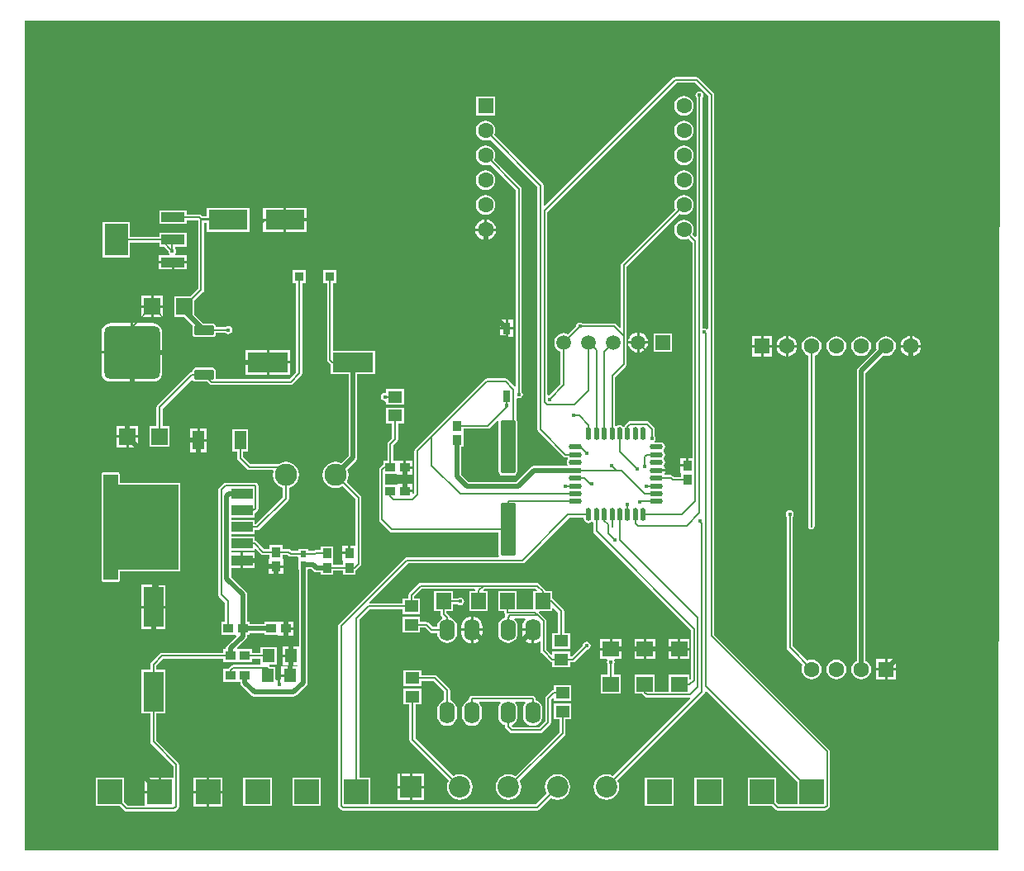
<source format=gtl>
G04*
G04 #@! TF.GenerationSoftware,Altium Limited,Altium Designer,20.1.11 (218)*
G04*
G04 Layer_Physical_Order=1*
G04 Layer_Color=255*
%FSTAX24Y24*%
%MOIN*%
G70*
G04*
G04 #@! TF.SameCoordinates,6DBB7448-FED5-465F-904A-7FE87FEFC6C8*
G04*
G04*
G04 #@! TF.FilePolarity,Positive*
G04*
G01*
G75*
%ADD11C,0.0079*%
G04:AMPARAMS|DCode=20|XSize=39.4mil|YSize=78.7mil|CornerRadius=4.9mil|HoleSize=0mil|Usage=FLASHONLY|Rotation=90.000|XOffset=0mil|YOffset=0mil|HoleType=Round|Shape=RoundedRectangle|*
%AMROUNDEDRECTD20*
21,1,0.0394,0.0689,0,0,90.0*
21,1,0.0295,0.0787,0,0,90.0*
1,1,0.0098,0.0344,0.0148*
1,1,0.0098,0.0344,-0.0148*
1,1,0.0098,-0.0344,-0.0148*
1,1,0.0098,-0.0344,0.0148*
%
%ADD20ROUNDEDRECTD20*%
G04:AMPARAMS|DCode=21|XSize=216.5mil|YSize=224.4mil|CornerRadius=27.1mil|HoleSize=0mil|Usage=FLASHONLY|Rotation=90.000|XOffset=0mil|YOffset=0mil|HoleType=Round|Shape=RoundedRectangle|*
%AMROUNDEDRECTD21*
21,1,0.2165,0.1703,0,0,90.0*
21,1,0.1624,0.2244,0,0,90.0*
1,1,0.0541,0.0851,0.0812*
1,1,0.0541,0.0851,-0.0812*
1,1,0.0541,-0.0851,-0.0812*
1,1,0.0541,-0.0851,0.0812*
%
%ADD21ROUNDEDRECTD21*%
%ADD22R,0.0850X0.0421*%
%ADD23R,0.0945X0.0394*%
%ADD24R,0.0945X0.1299*%
%ADD25R,0.0787X0.1614*%
%ADD26R,0.0669X0.0669*%
%ADD27R,0.0461X0.0756*%
%ADD28R,0.1575X0.0787*%
%ADD29R,0.0394X0.0374*%
%ADD30R,0.1614X0.0787*%
%ADD31R,0.0500X0.0550*%
%ADD32R,0.0374X0.0394*%
%ADD33R,0.0354X0.0374*%
%ADD34R,0.0236X0.0256*%
%ADD35R,0.0551X0.0472*%
%ADD36R,0.0600X0.0650*%
%ADD37O,0.0630X0.0886*%
G04:AMPARAMS|DCode=38|XSize=216.5mil|YSize=59.1mil|CornerRadius=7.4mil|HoleSize=0mil|Usage=FLASHONLY|Rotation=270.000|XOffset=0mil|YOffset=0mil|HoleType=Round|Shape=RoundedRectangle|*
%AMROUNDEDRECTD38*
21,1,0.2165,0.0443,0,0,270.0*
21,1,0.2018,0.0591,0,0,270.0*
1,1,0.0148,-0.0221,-0.1009*
1,1,0.0148,-0.0221,0.1009*
1,1,0.0148,0.0221,0.1009*
1,1,0.0148,0.0221,-0.1009*
%
%ADD38ROUNDEDRECTD38*%
%ADD39R,0.0315X0.0472*%
%ADD40O,0.0531X0.0217*%
%ADD41O,0.0217X0.0531*%
%ADD42R,0.0650X0.0600*%
%ADD78R,0.0500X0.0250*%
%ADD79C,0.0197*%
%ADD80C,0.0866*%
%ADD81R,0.0866X0.0866*%
%ADD82R,0.0984X0.0984*%
%ADD83C,0.0900*%
%ADD84C,0.0630*%
%ADD85R,0.0630X0.0630*%
%ADD86R,0.0598X0.0598*%
%ADD87C,0.0598*%
%ADD88R,0.0630X0.0630*%
%ADD89C,0.0157*%
G36*
X057785Y044615D02*
X057735Y01115D01*
X018485Y01115D01*
X01845Y011186D01*
Y04465D01*
X05775Y04465D01*
X057785Y044615D01*
D02*
G37*
%LPC*%
G36*
X04555Y04237D02*
X04555Y04237D01*
X0447D01*
X0447Y04237D01*
X044654Y042361D01*
X044615Y042335D01*
X039432Y037153D01*
X039386Y037172D01*
Y037984D01*
X039377Y03803D01*
X039351Y038069D01*
X039351Y03807D01*
X037401Y040019D01*
X037434Y040097D01*
X037447Y0402D01*
X037434Y040303D01*
X037394Y040399D01*
X037331Y040481D01*
X037249Y040544D01*
X037153Y040584D01*
X03705Y040597D01*
X036947Y040584D01*
X036851Y040544D01*
X036769Y040481D01*
X036706Y040399D01*
X036666Y040303D01*
X036653Y0402D01*
X036666Y040097D01*
X036706Y040001D01*
X036769Y039919D01*
X036851Y039856D01*
X036947Y039816D01*
X03705Y039803D01*
X037153Y039816D01*
X037231Y039849D01*
X039145Y037934D01*
Y028136D01*
X039145Y028136D01*
X039154Y02809D01*
X039181Y02805D01*
X040195Y027036D01*
X040195Y027036D01*
X040234Y02701D01*
X04028Y027001D01*
X040372D01*
X040374Y026997D01*
X040381Y026941D01*
X04034Y026879D01*
X040325Y026806D01*
X04034Y026733D01*
X040352Y026716D01*
X040328Y026672D01*
X03901D01*
X038941Y026658D01*
X038882Y026619D01*
X038284Y026021D01*
X036375D01*
X036081Y026315D01*
Y027429D01*
X036166D01*
Y02798D01*
X036166D01*
Y02802D01*
X036166D01*
Y028175D01*
X037145D01*
X037145Y028175D01*
X037191Y028184D01*
X03723Y02821D01*
X037534Y028513D01*
X03758Y028489D01*
X037573Y028455D01*
Y026438D01*
X037585Y026378D01*
X037619Y026328D01*
X037669Y026294D01*
X037729Y026282D01*
X038171D01*
X038231Y026294D01*
X038281Y026328D01*
X038315Y026378D01*
X038327Y026438D01*
Y028455D01*
X038315Y028515D01*
X0383Y028537D01*
Y029374D01*
X03835Y029407D01*
X03839Y029399D01*
X038451Y029411D01*
X038504Y029446D01*
X038538Y029498D01*
X038551Y029559D01*
X038538Y029621D01*
X03851Y029662D01*
Y03786D01*
X038501Y037906D01*
X038475Y037945D01*
X037401Y039019D01*
X037434Y039097D01*
X037447Y0392D01*
X037434Y039303D01*
X037394Y039399D01*
X037331Y039481D01*
X037249Y039544D01*
X037153Y039584D01*
X03705Y039597D01*
X036947Y039584D01*
X036851Y039544D01*
X036769Y039481D01*
X036706Y039399D01*
X036666Y039303D01*
X036653Y0392D01*
X036666Y039097D01*
X036706Y039001D01*
X036769Y038919D01*
X036851Y038856D01*
X036947Y038816D01*
X03705Y038803D01*
X037153Y038816D01*
X037231Y038849D01*
X03827Y03781D01*
Y029911D01*
X03822Y029891D01*
X037945Y030165D01*
X037906Y030191D01*
X03786Y0302D01*
X03786Y0302D01*
X03711D01*
X037064Y030191D01*
X037025Y030165D01*
X037025Y030165D01*
X034795Y027935D01*
X034215Y027355D01*
X034189Y027316D01*
X03418Y02727D01*
X03418Y02727D01*
Y02557D01*
X034138Y025529D01*
X034092Y025548D01*
Y0256D01*
X033795D01*
Y02565D01*
X033745D01*
Y025937D01*
X033498D01*
Y025937D01*
X03348Y025916D01*
X033D01*
Y026334D01*
X033457Y026334D01*
X033498Y026313D01*
X033521Y026313D01*
X033745D01*
Y0266D01*
Y026887D01*
X033498Y026887D01*
X033457Y026866D01*
X033325Y026866D01*
Y0275D01*
X033485Y02766D01*
X033485Y02766D01*
X033511Y027699D01*
X03352Y027745D01*
X03352Y027745D01*
Y028387D01*
X033754D01*
Y029017D01*
X033046D01*
Y028387D01*
X03328D01*
Y027795D01*
X03312Y027635D01*
X033093Y027596D01*
X033084Y02755D01*
X033084Y02755D01*
Y026866D01*
X032929D01*
Y026714D01*
X032914Y026711D01*
X032875Y026685D01*
X032795Y026605D01*
X032769Y026566D01*
X03276Y02652D01*
X03276Y02652D01*
Y0245D01*
X03276Y0245D01*
X032769Y024454D01*
X032795Y024415D01*
X033195Y024015D01*
X033195Y024015D01*
X033234Y023989D01*
X03328Y02398D01*
X037573D01*
Y023091D01*
X037585Y023032D01*
X037586Y02303D01*
X037559Y02298D01*
X03388D01*
X033834Y022971D01*
X033795Y022945D01*
X031135Y020285D01*
X031109Y020246D01*
X0311Y0202D01*
X0311Y0202D01*
Y01296D01*
X0311Y01296D01*
X031109Y012914D01*
X031135Y012875D01*
X031215Y012795D01*
X031254Y012769D01*
X0313Y01276D01*
X03913D01*
X03913Y01276D01*
X039176Y012769D01*
X039215Y012795D01*
X039681Y013261D01*
X039692Y013253D01*
X039816Y013201D01*
X03995Y013184D01*
X040084Y013201D01*
X040208Y013253D01*
X040315Y013335D01*
X040397Y013442D01*
X040449Y013566D01*
X040466Y0137D01*
X040449Y013833D01*
X040397Y013958D01*
X040315Y014065D01*
X040208Y014147D01*
X040084Y014198D01*
X03995Y014216D01*
X039816Y014198D01*
X039692Y014147D01*
X039585Y014065D01*
X039503Y013958D01*
X039451Y013833D01*
X039434Y0137D01*
X039451Y013566D01*
X039503Y013442D01*
X039511Y013431D01*
X03908Y013D01*
X032411D01*
Y014071D01*
X03196D01*
Y020468D01*
X03237Y020878D01*
X033696D01*
Y020683D01*
X034404D01*
Y021313D01*
X03417D01*
Y02139D01*
X03448Y0217D01*
X036598D01*
X036633Y021655D01*
X036625Y021613D01*
X036612Y021604D01*
X036391D01*
Y020796D01*
X037149D01*
Y021604D01*
X036979D01*
X03696Y02165D01*
X03701Y0217D01*
X03908D01*
X03913Y02165D01*
X039111Y021604D01*
X038971D01*
Y02087D01*
X038309D01*
Y021604D01*
X037551D01*
Y020796D01*
X03781D01*
Y02075D01*
X037819Y020704D01*
X037845Y020665D01*
X03784Y020608D01*
X037839Y020606D01*
X03783Y02056D01*
X03783Y02056D01*
Y020551D01*
X037751Y020518D01*
X037669Y020455D01*
X037606Y020373D01*
X037566Y020277D01*
X037553Y020174D01*
Y019919D01*
X037566Y019816D01*
X037606Y01972D01*
X037669Y019638D01*
X037751Y019575D01*
X037847Y019535D01*
X03795Y019521D01*
X038053Y019535D01*
X038149Y019575D01*
X038231Y019638D01*
X038294Y01972D01*
X038334Y019816D01*
X038347Y019919D01*
Y020174D01*
X038334Y020277D01*
X038294Y020373D01*
X038231Y020455D01*
X038212Y02047D01*
X038229Y02052D01*
X03864D01*
X038651Y020488D01*
X038653Y02047D01*
X038588Y020384D01*
X038546Y020283D01*
X038531Y020174D01*
Y020096D01*
X03895D01*
Y020046D01*
X039D01*
Y019507D01*
X039058Y019514D01*
X039159Y019556D01*
X03922Y019602D01*
X03927Y019578D01*
Y0192D01*
X03927Y0192D01*
X039279Y019154D01*
X039305Y019115D01*
X039653Y018767D01*
X039692Y018741D01*
X039738Y018732D01*
X039746Y018683D01*
Y018537D01*
X040454D01*
Y018732D01*
X040572D01*
X040572Y018732D01*
X040618Y018741D01*
X040657Y018767D01*
X041142Y019252D01*
X041191Y019262D01*
X041244Y019296D01*
X041278Y019349D01*
X041291Y01941D01*
X041278Y019471D01*
X041244Y019524D01*
X041191Y019558D01*
X04113Y019571D01*
X041069Y019558D01*
X041016Y019524D01*
X040982Y019471D01*
X040972Y019422D01*
X040522Y018972D01*
X040454D01*
Y019167D01*
X039746D01*
Y01908D01*
X039699Y019061D01*
X03951Y01925D01*
Y0204D01*
X039501Y020446D01*
X039475Y020485D01*
X039475Y020485D01*
X039235Y020725D01*
X039235Y020725D01*
X03921Y02075D01*
X039229Y020796D01*
X039729D01*
Y020936D01*
X039775Y020955D01*
X03998Y02075D01*
Y019915D01*
X039746D01*
Y019285D01*
X040454D01*
Y019915D01*
X04022D01*
Y0208D01*
X040211Y020846D01*
X040185Y020885D01*
X040185Y020885D01*
X039785Y021285D01*
X039746Y021311D01*
X039729Y021315D01*
Y021604D01*
X03947D01*
X039461Y021646D01*
X039435Y021685D01*
X039215Y021905D01*
X039176Y021931D01*
X03913Y02194D01*
X03913Y02194D01*
X03696D01*
X03696Y02194D01*
X03696Y02194D01*
X03443D01*
X034384Y021931D01*
X034345Y021905D01*
X033965Y021525D01*
X033939Y021486D01*
X03393Y02144D01*
X03393Y02144D01*
Y021313D01*
X033696D01*
Y021118D01*
X032379D01*
X032359Y021168D01*
X03393Y02274D01*
X03854D01*
X03854Y02274D01*
X038586Y022749D01*
X038625Y022775D01*
X04043Y02458D01*
X041014D01*
Y024543D01*
X041029Y02447D01*
X04107Y024408D01*
X041132Y024366D01*
X041205Y024352D01*
X041278Y024366D01*
X04133Y024401D01*
X041352Y024404D01*
X0414Y024373D01*
Y024029D01*
X0414Y024029D01*
X041409Y023983D01*
X041435Y023943D01*
X045337Y020041D01*
Y018077D01*
X0453Y01804D01*
X045254Y018059D01*
Y018229D01*
X044446D01*
Y01755D01*
X043879D01*
Y018229D01*
X043071D01*
Y017471D01*
X043366D01*
X04339Y017435D01*
X04348Y017345D01*
X04348Y017345D01*
X043519Y017319D01*
X043565Y01731D01*
X045287D01*
X045293Y017303D01*
X045311Y017263D01*
X042187Y014139D01*
X042177Y014147D01*
X042052Y014198D01*
X041919Y014216D01*
X041785Y014198D01*
X04166Y014147D01*
X041553Y014065D01*
X041471Y013958D01*
X04142Y013833D01*
X041402Y0137D01*
X04142Y013566D01*
X041471Y013442D01*
X041553Y013335D01*
X04166Y013253D01*
X041785Y013201D01*
X041919Y013184D01*
X042052Y013201D01*
X042177Y013253D01*
X042284Y013335D01*
X042366Y013442D01*
X042417Y013566D01*
X042435Y0137D01*
X042417Y013833D01*
X042366Y013958D01*
X042357Y013968D01*
X045858Y017469D01*
X045858Y017469D01*
X045884Y017508D01*
X045893Y017554D01*
Y017572D01*
X045939Y017591D01*
X049629Y013901D01*
Y013D01*
X04887D01*
X048771Y013099D01*
Y014071D01*
X047629D01*
Y012929D01*
X048601D01*
X048735Y012795D01*
X048735Y012795D01*
X048774Y012769D01*
X04882Y01276D01*
X05074D01*
X05074Y01276D01*
X050786Y012769D01*
X050825Y012795D01*
X050905Y012875D01*
X050931Y012914D01*
X05094Y01296D01*
Y01513D01*
X050931Y015176D01*
X050905Y015215D01*
X050905Y015215D01*
X04627Y01985D01*
Y04165D01*
X046261Y041696D01*
X046235Y041735D01*
X045635Y042335D01*
X045596Y042361D01*
X04555Y04237D01*
D02*
G37*
G36*
X037444Y041594D02*
X036656D01*
Y040806D01*
X037444D01*
Y041594D01*
D02*
G37*
G36*
X03705Y038597D02*
X036947Y038584D01*
X036851Y038544D01*
X036769Y038481D01*
X036706Y038399D01*
X036666Y038303D01*
X036653Y0382D01*
X036666Y038097D01*
X036706Y038001D01*
X036769Y037919D01*
X036851Y037856D01*
X036947Y037816D01*
X03705Y037803D01*
X037153Y037816D01*
X037249Y037856D01*
X037331Y037919D01*
X037394Y038001D01*
X037434Y038097D01*
X037447Y0382D01*
X037434Y038303D01*
X037394Y038399D01*
X037331Y038481D01*
X037249Y038544D01*
X037153Y038584D01*
X03705Y038597D01*
D02*
G37*
G36*
Y037597D02*
X036947Y037584D01*
X036851Y037544D01*
X036769Y037481D01*
X036706Y037399D01*
X036666Y037303D01*
X036653Y0372D01*
X036666Y037097D01*
X036706Y037001D01*
X036769Y036919D01*
X036851Y036856D01*
X036947Y036816D01*
X03705Y036803D01*
X037153Y036816D01*
X037249Y036856D01*
X037331Y036919D01*
X037394Y037001D01*
X037434Y037097D01*
X037447Y0372D01*
X037434Y037303D01*
X037394Y037399D01*
X037331Y037481D01*
X037249Y037544D01*
X037153Y037584D01*
X03705Y037597D01*
D02*
G37*
G36*
X027533Y037072D02*
X0258D01*
Y036782D01*
X025765Y036747D01*
X025624Y036752D01*
X025585Y036791D01*
X025546Y036817D01*
X0255Y036826D01*
X0255Y036826D01*
X024993D01*
Y036981D01*
X023891D01*
Y03643D01*
X024993D01*
Y036585D01*
X02545D01*
X025452Y036583D01*
Y033823D01*
X025143Y033513D01*
X024486D01*
Y032687D01*
X024908D01*
X02524Y032355D01*
X025235Y032348D01*
X025225Y032298D01*
Y032002D01*
X025235Y031952D01*
X025263Y03191D01*
X025306Y031882D01*
X025356Y031872D01*
X026044D01*
X026094Y031882D01*
X026137Y03191D01*
X026165Y031952D01*
X026175Y032002D01*
Y03203D01*
X026567D01*
X026609Y032002D01*
X02667Y031989D01*
X026731Y032002D01*
X026784Y032036D01*
X026818Y032089D01*
X026831Y03215D01*
X026818Y032211D01*
X026784Y032264D01*
X026731Y032298D01*
X02667Y032311D01*
X026609Y032298D01*
X026567Y03227D01*
X026175D01*
Y032298D01*
X026165Y032348D01*
X026137Y03239D01*
X026094Y032418D01*
X026044Y032428D01*
X025677D01*
X025313Y032792D01*
Y033343D01*
X025658Y033688D01*
X025684Y033727D01*
X025693Y033773D01*
X025693Y033773D01*
Y03648D01*
X0258D01*
Y036128D01*
X027533D01*
Y037072D01*
D02*
G37*
G36*
X029837Y037094D02*
X029D01*
Y03665D01*
X029837D01*
Y037094D01*
D02*
G37*
G36*
X0289D02*
X028063D01*
Y03665D01*
X0289D01*
Y037094D01*
D02*
G37*
G36*
X0371Y036612D02*
Y03625D01*
X037462D01*
X037454Y036308D01*
X037412Y036409D01*
X037346Y036496D01*
X037259Y036562D01*
X037158Y036604D01*
X0371Y036612D01*
D02*
G37*
G36*
X037D02*
X036942Y036604D01*
X036841Y036562D01*
X036754Y036496D01*
X036688Y036409D01*
X036646Y036308D01*
X036638Y03625D01*
X037D01*
Y036612D01*
D02*
G37*
G36*
X029837Y03655D02*
X029D01*
Y036106D01*
X029837D01*
Y03655D01*
D02*
G37*
G36*
X0289D02*
X028063D01*
Y036106D01*
X0289D01*
Y03655D01*
D02*
G37*
G36*
X037462Y03615D02*
X0371D01*
Y035788D01*
X037158Y035796D01*
X037259Y035838D01*
X037346Y035904D01*
X037412Y035991D01*
X037454Y036092D01*
X037462Y03615D01*
D02*
G37*
G36*
X037D02*
X036638D01*
X036646Y036092D01*
X036688Y035991D01*
X036754Y035904D01*
X036841Y035838D01*
X036942Y035796D01*
X037Y035788D01*
Y03615D01*
D02*
G37*
G36*
X022709Y036528D02*
X021607D01*
Y035072D01*
X022709D01*
Y03568D01*
X023891D01*
Y035524D01*
X024065D01*
X024252Y035338D01*
X024262Y035289D01*
X024293Y035241D01*
X024288Y035219D01*
X024274Y035191D01*
X023869D01*
Y034945D01*
X024442D01*
X025014D01*
Y035191D01*
X024546D01*
X024532Y035219D01*
X024527Y035241D01*
X024558Y035289D01*
X024571Y03535D01*
X024558Y035411D01*
X02453Y035453D01*
Y035524D01*
X024993D01*
Y036076D01*
X023891D01*
Y03592D01*
X022709D01*
Y036528D01*
D02*
G37*
G36*
X025014Y034845D02*
X024492D01*
Y034598D01*
X025014D01*
Y034845D01*
D02*
G37*
G36*
X024392D02*
X023869D01*
Y034598D01*
X024392D01*
Y034845D01*
D02*
G37*
G36*
X024035Y033535D02*
X02365D01*
Y03315D01*
X024035D01*
Y033535D01*
D02*
G37*
G36*
X02355D02*
X023166D01*
Y03315D01*
X02355D01*
Y033535D01*
D02*
G37*
G36*
X024035Y03305D02*
X02365D01*
Y032665D01*
X024035D01*
Y03305D01*
D02*
G37*
G36*
X02355D02*
X023166D01*
Y032665D01*
X02355D01*
Y03305D01*
D02*
G37*
G36*
X038157Y032564D02*
X03795D01*
Y032278D01*
X038157D01*
Y032564D01*
D02*
G37*
G36*
X03785D02*
X037643D01*
Y032278D01*
X03785D01*
Y032564D01*
D02*
G37*
G36*
X038157Y032178D02*
X03795D01*
Y031892D01*
X038157D01*
Y032178D01*
D02*
G37*
G36*
X03785D02*
X037643D01*
Y031892D01*
X03785D01*
Y032178D01*
D02*
G37*
G36*
X048615Y031915D02*
X04825D01*
Y03155D01*
X048615D01*
Y031915D01*
D02*
G37*
G36*
X05425Y031912D02*
Y03155D01*
X054612D01*
X054604Y031608D01*
X054562Y031709D01*
X054496Y031796D01*
X054409Y031862D01*
X054308Y031904D01*
X05425Y031912D01*
D02*
G37*
G36*
X04925D02*
Y03155D01*
X049612D01*
X049604Y031608D01*
X049562Y031709D01*
X049496Y031796D01*
X049409Y031862D01*
X049308Y031904D01*
X04925Y031912D01*
D02*
G37*
G36*
X05415D02*
X054092Y031904D01*
X053991Y031862D01*
X053904Y031796D01*
X053838Y031709D01*
X053796Y031608D01*
X053788Y03155D01*
X05415D01*
Y031912D01*
D02*
G37*
G36*
X04915D02*
X049092Y031904D01*
X048991Y031862D01*
X048904Y031796D01*
X048838Y031709D01*
X048796Y031608D01*
X048788Y03155D01*
X04915D01*
Y031912D01*
D02*
G37*
G36*
X04815Y031915D02*
X047785D01*
Y03155D01*
X04815D01*
Y031915D01*
D02*
G37*
G36*
X023638Y032436D02*
X022837D01*
Y0313D01*
X024012D01*
Y032062D01*
X023999Y032159D01*
X023962Y032249D01*
X023902Y032327D01*
X023825Y032386D01*
X023735Y032424D01*
X023638Y032436D01*
D02*
G37*
G36*
X022737D02*
X021935D01*
X021838Y032424D01*
X021748Y032386D01*
X021671Y032327D01*
X021611Y032249D01*
X021574Y032159D01*
X021561Y032062D01*
Y0313D01*
X022737D01*
Y032436D01*
D02*
G37*
G36*
X0532Y031897D02*
X053097Y031884D01*
X053001Y031844D01*
X052919Y031781D01*
X052856Y031699D01*
X052816Y031603D01*
X052803Y0315D01*
X052816Y031397D01*
X052824Y031379D01*
X052072Y030628D01*
X052033Y030569D01*
X052019Y0305D01*
Y018801D01*
X052001Y018794D01*
X051919Y018731D01*
X051856Y018649D01*
X051816Y018553D01*
X051803Y01845D01*
X051816Y018347D01*
X051856Y018251D01*
X051919Y018169D01*
X052001Y018106D01*
X052097Y018066D01*
X0522Y018053D01*
X052303Y018066D01*
X052399Y018106D01*
X052481Y018169D01*
X052544Y018251D01*
X052584Y018347D01*
X052597Y01845D01*
X052584Y018553D01*
X052544Y018649D01*
X052481Y018731D01*
X052399Y018794D01*
X052381Y018801D01*
Y030425D01*
X053079Y031124D01*
X053097Y031116D01*
X0532Y031103D01*
X053303Y031116D01*
X053399Y031156D01*
X053481Y031219D01*
X053544Y031301D01*
X053584Y031397D01*
X053597Y0315D01*
X053584Y031603D01*
X053544Y031699D01*
X053481Y031781D01*
X053399Y031844D01*
X053303Y031884D01*
X0532Y031897D01*
D02*
G37*
G36*
X0522D02*
X052097Y031884D01*
X052001Y031844D01*
X051919Y031781D01*
X051856Y031699D01*
X051816Y031603D01*
X051803Y0315D01*
X051816Y031397D01*
X051856Y031301D01*
X051919Y031219D01*
X052001Y031156D01*
X052097Y031116D01*
X0522Y031103D01*
X052303Y031116D01*
X052399Y031156D01*
X052481Y031219D01*
X052544Y031301D01*
X052584Y031397D01*
X052597Y0315D01*
X052584Y031603D01*
X052544Y031699D01*
X052481Y031781D01*
X052399Y031844D01*
X052303Y031884D01*
X0522Y031897D01*
D02*
G37*
G36*
X0512D02*
X051097Y031884D01*
X051001Y031844D01*
X050919Y031781D01*
X050856Y031699D01*
X050816Y031603D01*
X050803Y0315D01*
X050816Y031397D01*
X050856Y031301D01*
X050919Y031219D01*
X051001Y031156D01*
X051097Y031116D01*
X0512Y031103D01*
X051303Y031116D01*
X051399Y031156D01*
X051481Y031219D01*
X051544Y031301D01*
X051584Y031397D01*
X051597Y0315D01*
X051584Y031603D01*
X051544Y031699D01*
X051481Y031781D01*
X051399Y031844D01*
X051303Y031884D01*
X0512Y031897D01*
D02*
G37*
G36*
X054612Y03145D02*
X05425D01*
Y031088D01*
X054308Y031096D01*
X054409Y031138D01*
X054496Y031204D01*
X054562Y031291D01*
X054604Y031392D01*
X054612Y03145D01*
D02*
G37*
G36*
X049612D02*
X04925D01*
Y031088D01*
X049308Y031096D01*
X049409Y031138D01*
X049496Y031204D01*
X049562Y031291D01*
X049604Y031392D01*
X049612Y03145D01*
D02*
G37*
G36*
X05415D02*
X053788D01*
X053796Y031392D01*
X053838Y031291D01*
X053904Y031204D01*
X053991Y031138D01*
X054092Y031096D01*
X05415Y031088D01*
Y03145D01*
D02*
G37*
G36*
X04915D02*
X048788D01*
X048796Y031392D01*
X048838Y031291D01*
X048904Y031204D01*
X048991Y031138D01*
X049092Y031096D01*
X04915Y031088D01*
Y03145D01*
D02*
G37*
G36*
X048615D02*
X04825D01*
Y031085D01*
X048615D01*
Y03145D01*
D02*
G37*
G36*
X04815D02*
X047785D01*
Y031085D01*
X04815D01*
Y03145D01*
D02*
G37*
G36*
X029182Y031344D02*
X028325D01*
Y0309D01*
X029182D01*
Y031344D01*
D02*
G37*
G36*
X028225D02*
X027368D01*
Y0309D01*
X028225D01*
Y031344D01*
D02*
G37*
G36*
X029182Y0308D02*
X028325D01*
Y030356D01*
X029182D01*
Y0308D01*
D02*
G37*
G36*
X028225D02*
X027368D01*
Y030356D01*
X028225D01*
Y0308D01*
D02*
G37*
G36*
X029786Y034566D02*
X029274D01*
Y034034D01*
X029409D01*
Y03045D01*
X02914Y03018D01*
X026194D01*
X026175Y030203D01*
Y030498D01*
X026165Y030548D01*
X026137Y030591D01*
X026094Y030619D01*
X026044Y030629D01*
X025356D01*
X025306Y030619D01*
X025263Y030591D01*
X025235Y030548D01*
X025228Y030515D01*
X02521Y030471D01*
X025164Y030462D01*
X025125Y030436D01*
X023814Y029125D01*
X023788Y029086D01*
X023779Y02904D01*
X023779Y02904D01*
Y028263D01*
X023486D01*
Y027437D01*
X024313D01*
Y028263D01*
X02402D01*
Y02899D01*
X025187Y030157D01*
X025243Y030142D01*
X025263Y030111D01*
X025306Y030083D01*
X025356Y030073D01*
X025826D01*
X025924Y029975D01*
X025924Y029975D01*
X025963Y029949D01*
X026009Y029939D01*
X02919D01*
X02919Y029939D01*
X029236Y029949D01*
X029275Y029975D01*
X029615Y030315D01*
X029641Y030354D01*
X02965Y0304D01*
X02965Y0304D01*
Y034034D01*
X029786D01*
Y034566D01*
D02*
G37*
G36*
X024012Y0312D02*
X022837D01*
Y030065D01*
X023638D01*
X023735Y030077D01*
X023825Y030115D01*
X023902Y030174D01*
X023962Y030251D01*
X023999Y030342D01*
X024012Y030438D01*
Y0312D01*
D02*
G37*
G36*
X022737D02*
X021561D01*
Y030438D01*
X021574Y030342D01*
X021611Y030251D01*
X021671Y030174D01*
X021748Y030115D01*
X021838Y030077D01*
X021935Y030065D01*
X022737D01*
Y0312D01*
D02*
G37*
G36*
X033754Y029765D02*
X033046D01*
Y02964D01*
X033007Y029608D01*
X032996Y029611D01*
X032934Y029598D01*
X032882Y029564D01*
X032847Y029511D01*
X032835Y02945D01*
X032847Y029389D01*
X032882Y029336D01*
X032934Y029302D01*
X032996Y029289D01*
X033007Y029292D01*
X033046Y02926D01*
Y029135D01*
X033754D01*
Y029765D01*
D02*
G37*
G36*
X023035Y028285D02*
X02265D01*
Y0279D01*
X023035D01*
Y028285D01*
D02*
G37*
G36*
X02255D02*
X022166D01*
Y0279D01*
X02255D01*
Y028285D01*
D02*
G37*
G36*
X025807Y028178D02*
X025527D01*
Y02775D01*
X025807D01*
Y028178D01*
D02*
G37*
G36*
X025427D02*
X025146D01*
Y02775D01*
X025427D01*
Y028178D01*
D02*
G37*
G36*
X023035Y0278D02*
X02265D01*
Y027415D01*
X023035D01*
Y0278D01*
D02*
G37*
G36*
X02255D02*
X022166D01*
Y027415D01*
X02255D01*
Y0278D01*
D02*
G37*
G36*
X025807Y02765D02*
X025527D01*
Y027222D01*
X025807D01*
Y02765D01*
D02*
G37*
G36*
X025427D02*
X025146D01*
Y027222D01*
X025427D01*
Y02765D01*
D02*
G37*
G36*
X031026Y034566D02*
X030514D01*
Y034034D01*
X03065D01*
Y03096D01*
X03065Y03096D01*
X030659Y030914D01*
X030685Y030875D01*
X030795Y030765D01*
X030795Y030765D01*
X030814Y030752D01*
Y030378D01*
X031519D01*
Y027075D01*
X031224Y026779D01*
X031138Y026815D01*
X031Y026833D01*
X030862Y026815D01*
X030733Y026762D01*
X030623Y026677D01*
X030538Y026567D01*
X030485Y026438D01*
X030467Y0263D01*
X030485Y026162D01*
X030538Y026033D01*
X030623Y025923D01*
X030733Y025838D01*
X030862Y025785D01*
X031Y025767D01*
X031138Y025785D01*
X031267Y025838D01*
X031281Y025849D01*
X0318Y02533D01*
Y023447D01*
X0316D01*
Y02315D01*
X03155D01*
Y0231D01*
X031263D01*
Y022853D01*
X031263D01*
X031284Y022835D01*
Y022675D01*
X030916D01*
Y02282D01*
X030916Y02283D01*
Y02287D01*
X030916Y02288D01*
Y023421D01*
X030384D01*
Y023266D01*
X030189D01*
X030143Y023257D01*
X030113Y023237D01*
X029897D01*
Y023323D01*
X029503D01*
Y023237D01*
X029239D01*
X029195Y02328D01*
X029156Y023307D01*
X02911Y023316D01*
X02911Y023316D01*
X028866D01*
Y023471D01*
X028334D01*
Y023316D01*
X028125D01*
X027825Y023616D01*
X027786Y023642D01*
X02774Y023651D01*
X027723Y023695D01*
Y02382D01*
X026791D01*
Y023911D01*
X027723D01*
Y02408D01*
X02784D01*
X02784Y02408D01*
X027886Y024089D01*
X027925Y024115D01*
X029085Y025275D01*
X029085Y025275D01*
X029111Y025314D01*
X02912Y02536D01*
X02912Y02536D01*
Y025783D01*
X029138Y025785D01*
X029267Y025838D01*
X029377Y025923D01*
X029462Y026033D01*
X029515Y026162D01*
X029533Y0263D01*
X029515Y026438D01*
X029462Y026567D01*
X029377Y026677D01*
X029267Y026762D01*
X029138Y026815D01*
X029Y026833D01*
X028862Y026815D01*
X028733Y026762D01*
X0287Y026736D01*
X02868Y02674D01*
X02868Y02674D01*
X02757D01*
X02727Y02704D01*
Y027243D01*
X027459D01*
Y028157D01*
X026841D01*
Y027243D01*
X02703D01*
Y02699D01*
X02703Y02699D01*
X027039Y026944D01*
X027065Y026905D01*
X027435Y026535D01*
X027474Y026509D01*
X02752Y0265D01*
X02752Y0265D01*
X028465D01*
X028493Y026458D01*
X028485Y026438D01*
X028467Y0263D01*
X028485Y026162D01*
X028538Y026033D01*
X028623Y025923D01*
X028733Y025838D01*
X028862Y025785D01*
X02888Y025783D01*
Y02541D01*
X02779Y02432D01*
X027723D01*
Y024489D01*
X026791D01*
Y02458D01*
X027723D01*
Y024757D01*
X027726Y024758D01*
X027765Y024784D01*
X027855Y024874D01*
X027855Y024874D01*
X027881Y024913D01*
X02789Y024959D01*
Y025867D01*
X027881Y025913D01*
X027855Y025952D01*
X027816Y025979D01*
X02777Y025988D01*
X02656D01*
X026514Y025979D01*
X026475Y025952D01*
X026475Y025952D01*
X026305Y025782D01*
X026279Y025743D01*
X02627Y025697D01*
X02627Y025697D01*
Y02148D01*
X02627Y02148D01*
X026279Y021434D01*
X026305Y021395D01*
X026539Y021161D01*
Y020366D01*
X026384D01*
Y019834D01*
X026935D01*
Y019834D01*
X026972D01*
X02699Y019791D01*
X026627Y019428D01*
X026588Y019369D01*
X026574Y0193D01*
Y019266D01*
X026479D01*
Y01912D01*
X024D01*
X024Y01912D01*
X023954Y019111D01*
X023915Y019085D01*
X023915Y019085D01*
X023565Y018735D01*
X023539Y018696D01*
X02353Y01865D01*
X02353Y01865D01*
Y018436D01*
X023178D01*
Y016664D01*
X02353D01*
Y01553D01*
X02353Y01553D01*
X023539Y015484D01*
X023565Y015445D01*
X02445Y01456D01*
Y014092D01*
X02395D01*
Y0135D01*
X0239D01*
Y01345D01*
X023308D01*
Y01295D01*
X02262D01*
X022471Y013099D01*
Y014071D01*
X021329D01*
Y012929D01*
X022301D01*
X022485Y012745D01*
X022524Y012719D01*
X02257Y01271D01*
X02448D01*
X02448Y01271D01*
X024526Y012719D01*
X024565Y012745D01*
X024655Y012835D01*
X024655Y012835D01*
X024681Y012874D01*
X02469Y01292D01*
Y01461D01*
X024681Y014656D01*
X024655Y014695D01*
X024655Y014695D01*
X02377Y01558D01*
Y016664D01*
X024122D01*
Y018436D01*
X02377D01*
Y0186D01*
X02405Y01888D01*
X026479D01*
Y018734D01*
X02702D01*
X02703Y018734D01*
X02707D01*
X02708Y018734D01*
X027621D01*
Y01888D01*
X027971D01*
X027971Y018646D01*
X027928Y01863D01*
X026865D01*
X026819Y018621D01*
X02678Y018595D01*
X02678Y018595D01*
X02667Y018485D01*
X026657Y018466D01*
X026479D01*
Y017934D01*
X02703D01*
Y017934D01*
X02707D01*
Y017934D01*
X027165D01*
Y017905D01*
X027178Y017836D01*
X027218Y017777D01*
X02759Y017404D01*
X027649Y017365D01*
X027718Y017351D01*
X029312D01*
X029381Y017365D01*
X02944Y017404D01*
X029828Y017792D01*
X029867Y017851D01*
X029881Y01792D01*
Y022477D01*
X029897D01*
Y022503D01*
X030035D01*
X030111Y022427D01*
X03017Y022388D01*
X030239Y022374D01*
X030384D01*
Y022279D01*
X030916D01*
Y022434D01*
X031284D01*
Y022284D01*
X031816D01*
Y022453D01*
X03184Y02247D01*
X032005Y022635D01*
X032031Y022674D01*
X03204Y02272D01*
Y02538D01*
X032031Y025426D01*
X032005Y025465D01*
X032005Y025465D01*
X031451Y026019D01*
X031462Y026033D01*
X031515Y026162D01*
X031533Y0263D01*
X031515Y026438D01*
X031479Y026524D01*
X031828Y026872D01*
X031867Y026931D01*
X031881Y027D01*
Y030378D01*
X032586D01*
Y031322D01*
X030891D01*
Y034034D01*
X031026D01*
Y034566D01*
D02*
G37*
G36*
X033845Y026887D02*
Y02665D01*
X034092D01*
Y026887D01*
X033845D01*
D02*
G37*
G36*
X034092Y02655D02*
X033845D01*
Y026313D01*
X034092D01*
Y02655D01*
D02*
G37*
G36*
Y025937D02*
X033845D01*
Y0257D01*
X034092D01*
Y025937D01*
D02*
G37*
G36*
X0502Y031897D02*
X050097Y031884D01*
X050001Y031844D01*
X049919Y031781D01*
X049856Y031699D01*
X049816Y031603D01*
X049803Y0315D01*
X049816Y031397D01*
X049856Y031301D01*
X049919Y031219D01*
X050001Y031156D01*
X05008Y031124D01*
Y02428D01*
X050074Y024271D01*
X050065Y024225D01*
X050074Y024179D01*
X0501Y02414D01*
X050139Y024114D01*
X050185Y024105D01*
X050231Y024114D01*
X05027Y02414D01*
X050285Y024155D01*
X050285Y024155D01*
X050311Y024194D01*
X05032Y02424D01*
X05032Y02424D01*
Y031124D01*
X050399Y031156D01*
X050481Y031219D01*
X050544Y031301D01*
X050584Y031397D01*
X050597Y0315D01*
X050584Y031603D01*
X050544Y031699D01*
X050481Y031781D01*
X050399Y031844D01*
X050303Y031884D01*
X0502Y031897D01*
D02*
G37*
G36*
X0315Y023447D02*
X031263D01*
Y0232D01*
X0315D01*
Y023447D01*
D02*
G37*
G36*
X022219Y026406D02*
X02164D01*
X021609Y0264D01*
X021583Y026383D01*
X021566Y026357D01*
X02156Y026326D01*
Y022074D01*
X021566Y022043D01*
X021583Y022017D01*
X021609Y022D01*
X02164Y021994D01*
X022219D01*
X02225Y022D01*
X022276Y022017D01*
X022293Y022043D01*
X022299Y022074D01*
Y022407D01*
X02466D01*
X024691Y022413D01*
X024717Y022431D01*
X024734Y022457D01*
X02474Y022487D01*
Y025913D01*
X024734Y025943D01*
X024717Y025969D01*
X024691Y025987D01*
X02466Y025993D01*
X022299D01*
Y026326D01*
X022293Y026357D01*
X022276Y026383D01*
X02225Y0264D01*
X022219Y026406D01*
D02*
G37*
G36*
X035729Y021604D02*
X034971D01*
Y020796D01*
X03523D01*
Y02069D01*
X03523Y02069D01*
X035239Y020644D01*
X035265Y020605D01*
X035303Y020567D01*
X03529Y020509D01*
X035219Y020455D01*
X035156Y020373D01*
X035116Y020277D01*
X035103Y020174D01*
Y020167D01*
X034923D01*
X034755Y020335D01*
X034716Y020361D01*
X03467Y02037D01*
X03467Y02037D01*
X034404D01*
Y020565D01*
X033696D01*
Y019935D01*
X034404D01*
Y02013D01*
X03462D01*
X034788Y019961D01*
X034827Y019935D01*
X034874Y019926D01*
X034874Y019926D01*
X035103D01*
Y019919D01*
X035116Y019816D01*
X035156Y01972D01*
X035219Y019638D01*
X035301Y019575D01*
X035397Y019535D01*
X0355Y019521D01*
X035603Y019535D01*
X035699Y019575D01*
X035781Y019638D01*
X035844Y01972D01*
X035884Y019816D01*
X035897Y019919D01*
Y020174D01*
X035884Y020277D01*
X035844Y020373D01*
X035781Y020455D01*
X035699Y020518D01*
X035618Y020552D01*
X035611Y020586D01*
X035585Y020625D01*
X03547Y02074D01*
Y020796D01*
X035729D01*
Y02108D01*
X035927D01*
X035969Y021052D01*
X03603Y021039D01*
X036091Y021052D01*
X036144Y021086D01*
X036178Y021139D01*
X036191Y0212D01*
X036178Y021261D01*
X036144Y021314D01*
X036091Y021348D01*
X03603Y021361D01*
X035969Y021348D01*
X035927Y02132D01*
X035729D01*
Y021604D01*
D02*
G37*
G36*
X024144Y021882D02*
X0237D01*
Y021025D01*
X024144D01*
Y021882D01*
D02*
G37*
G36*
X0236D02*
X023156D01*
Y021025D01*
X0236D01*
Y021882D01*
D02*
G37*
G36*
X03655Y020586D02*
Y020096D01*
X036919D01*
Y020174D01*
X036904Y020283D01*
X036862Y020384D01*
X036796Y02047D01*
X036709Y020537D01*
X036608Y020579D01*
X03655Y020586D01*
D02*
G37*
G36*
X03645D02*
X036392Y020579D01*
X036291Y020537D01*
X036204Y02047D01*
X036138Y020384D01*
X036096Y020283D01*
X036081Y020174D01*
Y020096D01*
X03645D01*
Y020586D01*
D02*
G37*
G36*
X024144Y020925D02*
X0237D01*
Y020068D01*
X024144D01*
Y020925D01*
D02*
G37*
G36*
X0236D02*
X023156D01*
Y020068D01*
X0236D01*
Y020925D01*
D02*
G37*
G36*
X036919Y019996D02*
X03655D01*
Y019507D01*
X036608Y019514D01*
X036709Y019556D01*
X036796Y019623D01*
X036862Y019709D01*
X036904Y01981D01*
X036919Y019919D01*
Y019996D01*
D02*
G37*
G36*
X0389D02*
X038531D01*
Y019919D01*
X038546Y01981D01*
X038588Y019709D01*
X038654Y019623D01*
X038741Y019556D01*
X038842Y019514D01*
X0389Y019507D01*
Y019996D01*
D02*
G37*
G36*
X03645D02*
X036081D01*
Y019919D01*
X036096Y01981D01*
X036138Y019709D01*
X036204Y019623D01*
X036291Y019556D01*
X036392Y019514D01*
X03645Y019507D01*
Y019996D01*
D02*
G37*
G36*
X045275Y01967D02*
X0449D01*
Y01932D01*
X045275D01*
Y01967D01*
D02*
G37*
G36*
X0439D02*
X043525D01*
Y01932D01*
X0439D01*
Y01967D01*
D02*
G37*
G36*
X042525D02*
X04215D01*
Y01932D01*
X042525D01*
Y01967D01*
D02*
G37*
G36*
X0448D02*
X044425D01*
Y01932D01*
X0448D01*
Y01967D01*
D02*
G37*
G36*
X043425D02*
X04305D01*
Y01932D01*
X043425D01*
Y01967D01*
D02*
G37*
G36*
X04205D02*
X041675D01*
Y01932D01*
X04205D01*
Y01967D01*
D02*
G37*
G36*
X045275Y01922D02*
X0449D01*
Y01887D01*
X045275D01*
Y01922D01*
D02*
G37*
G36*
X0448D02*
X044425D01*
Y01887D01*
X0448D01*
Y01922D01*
D02*
G37*
G36*
X0439D02*
X043525D01*
Y01887D01*
X0439D01*
Y01922D01*
D02*
G37*
G36*
X043425D02*
X04305D01*
Y01887D01*
X043425D01*
Y01922D01*
D02*
G37*
G36*
X053615Y018865D02*
X05325D01*
Y0185D01*
X053615D01*
Y018865D01*
D02*
G37*
G36*
X05315D02*
X052785D01*
Y0185D01*
X05315D01*
Y018865D01*
D02*
G37*
G36*
X0512Y018847D02*
X051097Y018834D01*
X051001Y018794D01*
X050919Y018731D01*
X050856Y018649D01*
X050816Y018553D01*
X050803Y01845D01*
X050816Y018347D01*
X050856Y018251D01*
X050919Y018169D01*
X051001Y018106D01*
X051097Y018066D01*
X0512Y018053D01*
X051303Y018066D01*
X051399Y018106D01*
X051481Y018169D01*
X051544Y018251D01*
X051584Y018347D01*
X051597Y01845D01*
X051584Y018553D01*
X051544Y018649D01*
X051481Y018731D01*
X051399Y018794D01*
X051303Y018834D01*
X0512Y018847D01*
D02*
G37*
G36*
X04932Y024881D02*
X049259Y024868D01*
X049206Y024834D01*
X049172Y024781D01*
X049159Y02472D01*
X049172Y024659D01*
X0492Y024617D01*
Y01933D01*
X0492Y01933D01*
X049209Y019284D01*
X049235Y019245D01*
X049849Y018631D01*
X049816Y018553D01*
X049803Y01845D01*
X049816Y018347D01*
X049856Y018251D01*
X049919Y018169D01*
X050001Y018106D01*
X050097Y018066D01*
X0502Y018053D01*
X050303Y018066D01*
X050399Y018106D01*
X050481Y018169D01*
X050544Y018251D01*
X050584Y018347D01*
X050597Y01845D01*
X050584Y018553D01*
X050544Y018649D01*
X050481Y018731D01*
X050399Y018794D01*
X050303Y018834D01*
X0502Y018847D01*
X050097Y018834D01*
X050019Y018801D01*
X04944Y01938D01*
Y024617D01*
X049468Y024659D01*
X049481Y02472D01*
X049468Y024781D01*
X049434Y024834D01*
X049381Y024868D01*
X04932Y024881D01*
D02*
G37*
G36*
X053615Y0184D02*
X05325D01*
Y018035D01*
X053615D01*
Y0184D01*
D02*
G37*
G36*
X05315D02*
X052785D01*
Y018035D01*
X05315D01*
Y0184D01*
D02*
G37*
G36*
X042525Y01922D02*
X0421D01*
X041675D01*
Y01887D01*
X041925D01*
X041953Y018829D01*
X041951Y01882D01*
X041939Y01876D01*
X041952Y018699D01*
X04198Y018657D01*
Y018229D01*
X041696D01*
Y017471D01*
X042504D01*
Y018229D01*
X04222D01*
Y018657D01*
X042248Y018699D01*
X042261Y01876D01*
X042249Y01882D01*
X042247Y018829D01*
X042275Y01887D01*
X042525D01*
Y01922D01*
D02*
G37*
G36*
X040504Y017815D02*
X039796D01*
Y017669D01*
X03979Y01762D01*
X039744Y017611D01*
X039705Y017585D01*
X039485Y017365D01*
X039459Y017326D01*
X03945Y01728D01*
X03945Y01728D01*
Y01637D01*
X0392Y01612D01*
X03816D01*
X038112Y016168D01*
X038122Y016217D01*
X038149Y016228D01*
X038231Y016291D01*
X038294Y016373D01*
X038334Y016469D01*
X038347Y016572D01*
Y016828D01*
X038334Y016931D01*
X038294Y017026D01*
X038238Y0171D01*
X038252Y01715D01*
X038648D01*
X038662Y0171D01*
X038606Y017026D01*
X038566Y016931D01*
X038553Y016828D01*
Y016572D01*
X038566Y016469D01*
X038606Y016373D01*
X038669Y016291D01*
X038751Y016228D01*
X038847Y016188D01*
X03895Y016175D01*
X039053Y016188D01*
X039149Y016228D01*
X039231Y016291D01*
X039294Y016373D01*
X039334Y016469D01*
X039347Y016572D01*
Y016828D01*
X039334Y016931D01*
X039294Y017026D01*
X039231Y017109D01*
X039149Y017172D01*
X03907Y017204D01*
Y01727D01*
X039061Y017316D01*
X039035Y017355D01*
X038996Y017381D01*
X03895Y01739D01*
X0365D01*
X036454Y017381D01*
X036415Y017355D01*
X036389Y017316D01*
X03638Y01727D01*
Y017204D01*
X036301Y017172D01*
X036219Y017109D01*
X036156Y017026D01*
X036116Y016931D01*
X036103Y016828D01*
Y016572D01*
X036116Y016469D01*
X036156Y016373D01*
X036219Y016291D01*
X036301Y016228D01*
X036397Y016188D01*
X0365Y016175D01*
X036603Y016188D01*
X036699Y016228D01*
X036781Y016291D01*
X036844Y016373D01*
X036884Y016469D01*
X036897Y016572D01*
Y016828D01*
X036884Y016931D01*
X036844Y017026D01*
X036788Y0171D01*
X036802Y01715D01*
X037648D01*
X037662Y0171D01*
X037606Y017026D01*
X037566Y016931D01*
X037553Y016828D01*
Y016572D01*
X037566Y016469D01*
X037606Y016373D01*
X037669Y016291D01*
X037751Y016228D01*
X03783Y016196D01*
Y01616D01*
X03783Y01616D01*
X037839Y016114D01*
X037865Y016075D01*
X038025Y015915D01*
X038064Y015889D01*
X03811Y01588D01*
X03925D01*
X03925Y01588D01*
X039296Y015889D01*
X039335Y015915D01*
X039655Y016235D01*
X039655Y016235D01*
X039681Y016274D01*
X03969Y01632D01*
Y01723D01*
X039749Y017289D01*
X039796Y01727D01*
Y017185D01*
X040504D01*
Y017815D01*
D02*
G37*
G36*
X034454Y018415D02*
X033746D01*
Y017785D01*
X034454D01*
Y01798D01*
X03495D01*
X03538Y01755D01*
Y017204D01*
X035301Y017172D01*
X035219Y017109D01*
X035156Y017026D01*
X035116Y016931D01*
X035103Y016828D01*
Y016572D01*
X035116Y016469D01*
X035156Y016373D01*
X035219Y016291D01*
X035301Y016228D01*
X035397Y016188D01*
X0355Y016175D01*
X035603Y016188D01*
X035699Y016228D01*
X035781Y016291D01*
X035844Y016373D01*
X035884Y016469D01*
X035897Y016572D01*
Y016828D01*
X035884Y016931D01*
X035844Y017026D01*
X035781Y017109D01*
X035699Y017172D01*
X03562Y017204D01*
Y0176D01*
X03562Y0176D01*
X035611Y017646D01*
X035585Y017685D01*
X035585Y017685D01*
X035085Y018185D01*
X035046Y018211D01*
X035Y01822D01*
X035Y01822D01*
X034454D01*
Y018415D01*
D02*
G37*
G36*
X040504Y017067D02*
X039796D01*
Y016437D01*
X04003D01*
Y015918D01*
X03825Y014139D01*
X03824Y014147D01*
X038115Y014198D01*
X037982Y014216D01*
X037848Y014198D01*
X037723Y014147D01*
X037616Y014065D01*
X037534Y013958D01*
X037483Y013833D01*
X037465Y0137D01*
X037483Y013566D01*
X037534Y013442D01*
X037616Y013335D01*
X037723Y013253D01*
X037848Y013201D01*
X037982Y013184D01*
X038115Y013201D01*
X03824Y013253D01*
X038347Y013335D01*
X038429Y013442D01*
X03848Y013566D01*
X038498Y0137D01*
X03848Y013833D01*
X038429Y013958D01*
X03842Y013968D01*
X040235Y015783D01*
X040261Y015822D01*
X04027Y015868D01*
Y016437D01*
X040504D01*
Y017067D01*
D02*
G37*
G36*
X034578Y014233D02*
X034094D01*
Y01375D01*
X034578D01*
Y014233D01*
D02*
G37*
G36*
X033994D02*
X033511D01*
Y01375D01*
X033994D01*
Y014233D01*
D02*
G37*
G36*
X026442Y014092D02*
X0259D01*
Y01355D01*
X026442D01*
Y014092D01*
D02*
G37*
G36*
X0258D02*
X025258D01*
Y01355D01*
X0258D01*
Y014092D01*
D02*
G37*
G36*
X02385D02*
X023308D01*
Y01355D01*
X02385D01*
Y014092D01*
D02*
G37*
G36*
X034454Y017667D02*
X033746D01*
Y017037D01*
X03398D01*
Y015613D01*
X03398Y015613D01*
X033989Y015567D01*
X034015Y015528D01*
X035574Y013968D01*
X035566Y013958D01*
X035514Y013833D01*
X035497Y0137D01*
X035514Y013566D01*
X035566Y013442D01*
X035648Y013335D01*
X035755Y013253D01*
X035879Y013201D01*
X036013Y013184D01*
X036147Y013201D01*
X036271Y013253D01*
X036378Y013335D01*
X03646Y013442D01*
X036512Y013566D01*
X036529Y0137D01*
X036512Y013833D01*
X03646Y013958D01*
X036378Y014065D01*
X036271Y014147D01*
X036147Y014198D01*
X036013Y014216D01*
X035879Y014198D01*
X035755Y014147D01*
X035744Y014139D01*
X03422Y015663D01*
Y017037D01*
X034454D01*
Y017667D01*
D02*
G37*
G36*
X034578Y01365D02*
X034094D01*
Y013167D01*
X034578D01*
Y01365D01*
D02*
G37*
G36*
X033994D02*
X033511D01*
Y013167D01*
X033994D01*
Y01365D01*
D02*
G37*
G36*
X046621Y014071D02*
X045479D01*
Y012929D01*
X046621D01*
Y014071D01*
D02*
G37*
G36*
X044621D02*
X043479D01*
Y012929D01*
X044621D01*
Y014071D01*
D02*
G37*
G36*
X030416D02*
X029274D01*
Y012929D01*
X030416D01*
Y014071D01*
D02*
G37*
G36*
X028421D02*
X027279D01*
Y012929D01*
X028421D01*
Y014071D01*
D02*
G37*
G36*
X026442Y01345D02*
X0259D01*
Y012908D01*
X026442D01*
Y01345D01*
D02*
G37*
G36*
X0258D02*
X025258D01*
Y012908D01*
X0258D01*
Y01345D01*
D02*
G37*
%LPD*%
G36*
X04603Y0416D02*
Y032212D01*
X046025Y032208D01*
X04598Y03219D01*
X045941Y032216D01*
X04588Y032228D01*
X04584Y03222D01*
X04579Y032252D01*
Y041527D01*
X045818Y041569D01*
X045831Y04163D01*
X045818Y041691D01*
X045784Y041744D01*
X045731Y041778D01*
X04567Y041791D01*
X045609Y041778D01*
X045556Y041744D01*
X045522Y041691D01*
X045509Y04163D01*
X045522Y041569D01*
X04555Y041527D01*
Y035936D01*
X045503Y035917D01*
X045401Y036019D01*
X045434Y036097D01*
X045447Y0362D01*
X045434Y036303D01*
X045394Y036399D01*
X045331Y036481D01*
X045249Y036544D01*
X045153Y036584D01*
X04505Y036597D01*
X044947Y036584D01*
X044851Y036544D01*
X044769Y036481D01*
X044706Y036399D01*
X044666Y036303D01*
X044653Y0362D01*
X044666Y036097D01*
X044706Y036001D01*
X044769Y035919D01*
X044851Y035856D01*
X044947Y035816D01*
X04505Y035803D01*
X045153Y035816D01*
X045231Y035849D01*
X04539Y03569D01*
Y026992D01*
X045245D01*
Y026695D01*
X045195D01*
Y026645D01*
X044908D01*
Y026398D01*
X044908D01*
X04493Y02638D01*
Y026225D01*
X044652D01*
X044615Y026262D01*
X044576Y026288D01*
X04453Y026297D01*
X04453Y026297D01*
X044273D01*
X044259Y026322D01*
X044253Y026346D01*
X044258Y026355D01*
X044295Y02641D01*
X044301Y026441D01*
X043941D01*
Y026541D01*
X044301D01*
X044295Y026573D01*
X044258Y026628D01*
X044234Y026671D01*
X044275Y026733D01*
X044289Y026806D01*
X044275Y026879D01*
X044234Y026941D01*
Y026986D01*
X044275Y027048D01*
X044289Y027121D01*
X044275Y027194D01*
X044234Y027256D01*
Y027301D01*
X044275Y027363D01*
X044289Y027436D01*
X044275Y027509D01*
X044234Y027571D01*
X044172Y027612D01*
X044099Y027627D01*
X043893D01*
X043883Y02764D01*
X043871Y027677D01*
X043898Y027719D01*
X043911Y02778D01*
X043898Y027841D01*
X04387Y027883D01*
Y02816D01*
X04387Y02816D01*
X043861Y028206D01*
X043835Y028245D01*
X043835Y028245D01*
X043635Y028445D01*
X043596Y028471D01*
X04355Y02848D01*
X04355Y02848D01*
X04288D01*
X042834Y028471D01*
X042795Y028445D01*
X042795Y028445D01*
X042695Y028345D01*
X042669Y028306D01*
X042662Y028271D01*
X042645Y02826D01*
X0426D01*
X042538Y028301D01*
X042465Y028316D01*
X042392Y028301D01*
X04234Y028267D01*
X042318Y028264D01*
X04227Y028295D01*
Y03026D01*
X042705Y030695D01*
X042705Y030695D01*
X042731Y030734D01*
X04274Y03078D01*
Y03192D01*
Y03472D01*
X044869Y036849D01*
X044947Y036816D01*
X04505Y036803D01*
X045153Y036816D01*
X045249Y036856D01*
X045331Y036919D01*
X045394Y037001D01*
X045434Y037097D01*
X045447Y0372D01*
X045434Y037303D01*
X045394Y037399D01*
X045331Y037481D01*
X045249Y037544D01*
X045153Y037584D01*
X04505Y037597D01*
X044947Y037584D01*
X044851Y037544D01*
X044769Y037481D01*
X044706Y037399D01*
X044666Y037303D01*
X044653Y0372D01*
X044666Y037097D01*
X044699Y037019D01*
X042535Y034855D01*
X042509Y034816D01*
X0425Y03477D01*
X0425Y03477D01*
Y032276D01*
X042453Y032257D01*
X042325Y032385D01*
X042286Y032411D01*
X04224Y03242D01*
X04224Y03242D01*
X040953D01*
X040911Y032448D01*
X04085Y032461D01*
X040789Y032448D01*
X040736Y032414D01*
X040702Y032361D01*
X040692Y032312D01*
X040369Y031989D01*
X040299Y032018D01*
X0402Y032031D01*
X040101Y032018D01*
X040009Y03198D01*
X03993Y03192D01*
X03987Y031841D01*
X039832Y031749D01*
X039819Y03165D01*
X039832Y031551D01*
X03987Y031459D01*
X03993Y03138D01*
X040009Y03132D01*
X04008Y031291D01*
Y02999D01*
X039608Y029518D01*
X039594Y029515D01*
X039544Y029554D01*
Y036923D01*
X04475Y04213D01*
X0455D01*
X04603Y0416D01*
D02*
G37*
%LPC*%
G36*
X04505Y041597D02*
X044947Y041584D01*
X044851Y041544D01*
X044769Y041481D01*
X044706Y041399D01*
X044666Y041303D01*
X044653Y0412D01*
X044666Y041097D01*
X044706Y041001D01*
X044769Y040919D01*
X044851Y040856D01*
X044947Y040816D01*
X04505Y040803D01*
X045153Y040816D01*
X045249Y040856D01*
X045331Y040919D01*
X045394Y041001D01*
X045434Y041097D01*
X045447Y0412D01*
X045434Y041303D01*
X045394Y041399D01*
X045331Y041481D01*
X045249Y041544D01*
X045153Y041584D01*
X04505Y041597D01*
D02*
G37*
G36*
Y040597D02*
X044947Y040584D01*
X044851Y040544D01*
X044769Y040481D01*
X044706Y040399D01*
X044666Y040303D01*
X044653Y0402D01*
X044666Y040097D01*
X044706Y040001D01*
X044769Y039919D01*
X044851Y039856D01*
X044947Y039816D01*
X04505Y039803D01*
X045153Y039816D01*
X045249Y039856D01*
X045331Y039919D01*
X045394Y040001D01*
X045434Y040097D01*
X045447Y0402D01*
X045434Y040303D01*
X045394Y040399D01*
X045331Y040481D01*
X045249Y040544D01*
X045153Y040584D01*
X04505Y040597D01*
D02*
G37*
G36*
Y039597D02*
X044947Y039584D01*
X044851Y039544D01*
X044769Y039481D01*
X044706Y039399D01*
X044666Y039303D01*
X044653Y0392D01*
X044666Y039097D01*
X044706Y039001D01*
X044769Y038919D01*
X044851Y038856D01*
X044947Y038816D01*
X04505Y038803D01*
X045153Y038816D01*
X045249Y038856D01*
X045331Y038919D01*
X045394Y039001D01*
X045434Y039097D01*
X045447Y0392D01*
X045434Y039303D01*
X045394Y039399D01*
X045331Y039481D01*
X045249Y039544D01*
X045153Y039584D01*
X04505Y039597D01*
D02*
G37*
G36*
Y038597D02*
X044947Y038584D01*
X044851Y038544D01*
X044769Y038481D01*
X044706Y038399D01*
X044666Y038303D01*
X044653Y0382D01*
X044666Y038097D01*
X044706Y038001D01*
X044769Y037919D01*
X044851Y037856D01*
X044947Y037816D01*
X04505Y037803D01*
X045153Y037816D01*
X045249Y037856D01*
X045331Y037919D01*
X045394Y038001D01*
X045434Y038097D01*
X045447Y0382D01*
X045434Y038303D01*
X045394Y038399D01*
X045331Y038481D01*
X045249Y038544D01*
X045153Y038584D01*
X04505Y038597D01*
D02*
G37*
G36*
X04325Y032046D02*
Y0317D01*
X043596D01*
X043589Y031754D01*
X043549Y031851D01*
X043485Y031935D01*
X043401Y031999D01*
X043304Y032039D01*
X04325Y032046D01*
D02*
G37*
G36*
X04315D02*
X043096Y032039D01*
X042999Y031999D01*
X042915Y031935D01*
X042851Y031851D01*
X042811Y031754D01*
X042804Y0317D01*
X04315D01*
Y032046D01*
D02*
G37*
G36*
X044578Y032028D02*
X043822D01*
Y031272D01*
X044578D01*
Y032028D01*
D02*
G37*
G36*
X043596Y0316D02*
X04325D01*
Y031254D01*
X043304Y031261D01*
X043401Y031301D01*
X043485Y031365D01*
X043549Y031449D01*
X043589Y031546D01*
X043596Y0316D01*
D02*
G37*
G36*
X04315D02*
X042804D01*
X042811Y031546D01*
X042851Y031449D01*
X042915Y031365D01*
X042999Y031301D01*
X043096Y031261D01*
X04315Y031254D01*
Y0316D01*
D02*
G37*
G36*
X045145Y026992D02*
X044908D01*
Y026745D01*
X045145D01*
Y026992D01*
D02*
G37*
%LPD*%
G36*
X02799Y02311D02*
X02799Y02311D01*
X028029Y023084D01*
X028075Y023075D01*
X028075Y023075D01*
X028334D01*
X028334Y022943D01*
X028313Y022902D01*
X028313Y022878D01*
Y022655D01*
X0286D01*
Y022605D01*
D01*
Y022655D01*
X028887D01*
X028887Y022902D01*
X028866Y022943D01*
X028866Y023075D01*
X02906D01*
X029104Y023031D01*
X029143Y023005D01*
X029189Y022996D01*
X029468D01*
X029503Y022961D01*
X029503Y02291D01*
X029503Y02286D01*
Y022477D01*
X029519D01*
Y019375D01*
X02925D01*
Y019D01*
Y018625D01*
X029468D01*
X029472Y018619D01*
X029448Y018575D01*
X0292D01*
Y0182D01*
X02915D01*
Y01815D01*
X0288D01*
Y018067D01*
X02877Y018043D01*
Y01785D01*
X02867D01*
Y018022D01*
X02865Y018018D01*
X028629Y018004D01*
X028579Y018031D01*
Y018554D01*
X028362D01*
X028361Y018556D01*
X028335Y018595D01*
X028333Y018596D01*
X028349Y018646D01*
X028629D01*
Y019354D01*
X027971D01*
Y01912D01*
X027621D01*
Y019266D01*
X02708D01*
X02707Y019266D01*
X027042D01*
X027023Y019313D01*
X027378Y019668D01*
X027417Y019726D01*
X027431Y019795D01*
Y019834D01*
X027526D01*
Y019919D01*
X028129D01*
Y019834D01*
X028657Y019834D01*
X028698Y019813D01*
X028721Y019813D01*
X028945D01*
Y0201D01*
Y020387D01*
X028698Y020387D01*
X028657Y020366D01*
X028648Y020366D01*
X028129D01*
Y020281D01*
X027526D01*
Y020366D01*
X027431D01*
Y02148D01*
X027417Y021549D01*
X027378Y021608D01*
X026791Y022195D01*
Y022551D01*
X027169D01*
Y022861D01*
Y023172D01*
X026791D01*
Y023241D01*
X027723D01*
Y023312D01*
X027769Y023331D01*
X02799Y02311D01*
D02*
G37*
%LPC*%
G36*
X027744Y023172D02*
X027269D01*
Y022911D01*
X027744D01*
Y023172D01*
D02*
G37*
G36*
Y022811D02*
X027269D01*
Y022551D01*
X027744D01*
Y022811D01*
D02*
G37*
G36*
X028887Y022555D02*
X02865D01*
Y022308D01*
X028887D01*
Y022555D01*
D02*
G37*
G36*
X02855D02*
X028313D01*
Y022308D01*
X02855D01*
Y022555D01*
D02*
G37*
G36*
X029045Y020387D02*
Y02015D01*
X029292D01*
Y020387D01*
X029045D01*
D02*
G37*
G36*
X029292Y02005D02*
X029045D01*
Y019813D01*
X029292D01*
Y02005D01*
D02*
G37*
G36*
X02915Y019375D02*
X02885D01*
Y01905D01*
X02915D01*
Y019375D01*
D02*
G37*
G36*
Y01895D02*
X02885D01*
Y018625D01*
X02915D01*
Y01895D01*
D02*
G37*
G36*
X0291Y018575D02*
X0288D01*
Y01825D01*
X0291D01*
Y018575D01*
D02*
G37*
%LPD*%
G36*
X022219Y025913D02*
X02466D01*
Y022487D01*
X022219D01*
Y022074D01*
X02164D01*
Y026326D01*
X022219D01*
Y025913D01*
D02*
G37*
D11*
X02895Y0366D02*
X029Y03665D01*
X03741D02*
X0379Y03616D01*
X029Y03665D02*
X03741D01*
X02441Y03535D02*
Y0358D01*
X02396D02*
X02441Y03535D01*
X025573Y036633D02*
X025606Y0366D01*
X0255Y036706D02*
X025573Y036633D01*
X03696Y02182D02*
X03913D01*
X03443D02*
X03696D01*
X031759Y022559D02*
X03192Y02272D01*
X031755Y022555D02*
X031759Y022559D01*
X03109Y022555D02*
X03155D01*
X031755D01*
X03065D02*
X03109D01*
X033795Y033165D02*
Y0352D01*
Y0266D02*
Y033165D01*
X03505Y03191D01*
X03176Y0352D02*
X033795Y033165D01*
X0365Y01938D02*
X03668Y0192D01*
X02989Y03417D02*
Y0352D01*
X03364Y0137D02*
Y01856D01*
X03488Y02785D02*
X03711Y03008D01*
X0343Y02727D02*
X03488Y02785D01*
X026865Y01851D02*
X02825D01*
X04262Y03192D02*
Y03477D01*
Y03078D02*
Y03192D01*
X037145Y028295D02*
X03795Y0291D01*
X03915Y02064D02*
X03939Y0204D01*
X03904Y02075D02*
X03915Y02064D01*
X02441Y0358D02*
X024442D01*
X022158D02*
X02396D01*
X03677Y0212D02*
Y02163D01*
X03696Y02182D01*
X03913D02*
X03935Y0216D01*
X04214Y02668D02*
X042329Y026491D01*
X042535D02*
X04348Y025546D01*
X043941D01*
X040674Y026491D02*
X042329D01*
X042535D01*
X03192Y02272D02*
Y02538D01*
X0236Y0331D02*
X024442Y032259D01*
X02816Y0366D02*
X02895D01*
X024442Y032259D02*
Y034894D01*
Y032259D02*
X02511Y03159D01*
X0274D01*
X02781Y032D01*
Y03625D01*
X02816Y0366D01*
X0432Y03165D02*
X045195Y029655D01*
Y026695D02*
Y029655D01*
X043941Y026491D02*
X04446D01*
X044664Y026695D01*
X045195D01*
X039738Y018852D02*
X0401D01*
X03939Y0192D02*
X039738Y018852D01*
X03939Y0192D02*
Y0204D01*
X03793Y02075D02*
X03904D01*
X03793D02*
Y0212D01*
X04152Y024029D02*
Y0247D01*
Y024029D02*
X045457Y020091D01*
Y018027D02*
Y020091D01*
X04528Y01785D02*
X045457Y018027D01*
X04485Y01785D02*
X04528D01*
X041835Y024455D02*
Y0247D01*
Y024455D02*
X04199Y0243D01*
Y02396D02*
Y0243D01*
Y02396D02*
X04226Y02369D01*
X043475Y01752D02*
Y01785D01*
Y01752D02*
X043565Y01743D01*
X04529D01*
X045615Y017755D01*
Y02053D01*
X042465Y02368D02*
X045615Y02053D01*
X042465Y02368D02*
Y0247D01*
X0421Y01785D02*
Y01876D01*
X04278Y0247D02*
Y02512D01*
X02715Y02699D02*
Y0277D01*
Y02699D02*
X02752Y02662D01*
X02868D01*
X029Y0263D01*
X03155Y02315D02*
Y02386D01*
X02989Y02552D02*
Y03417D01*
X03092Y0352D01*
X03176D01*
X03505Y03191D02*
X0379D01*
Y032228D01*
X02989Y02552D02*
X03155Y02386D01*
X02989Y0352D02*
X03031Y03562D01*
X033375D01*
X033795Y0352D01*
X03364Y0137D02*
X034044D01*
X03364Y01856D02*
X03428Y0192D01*
X03668D01*
X03774Y01814D01*
X04014D01*
X04127Y01927D01*
X0365Y01938D02*
Y020046D01*
X04127Y01927D02*
X0421D01*
X03155Y022559D02*
X031759D01*
X025573Y033773D02*
Y036633D01*
X0249Y0331D02*
X025573Y033773D01*
X03405Y020998D02*
Y02144D01*
X03443Y02182D01*
X03935Y0212D02*
Y0216D01*
X031Y0263D02*
X03192Y02538D01*
X04038Y0247D02*
X041205D01*
X03854Y02286D02*
X04038Y0247D01*
X03388Y02286D02*
X03854D01*
X03122Y0202D02*
X03388Y02286D01*
X03122Y01296D02*
Y0202D01*
Y01296D02*
X0313Y01288D01*
X03913D01*
X03995Y0137D01*
X042465Y02724D02*
X04317Y026535D01*
X042465Y02724D02*
Y027968D01*
X041919Y0137D02*
X045772Y017554D01*
Y024348D01*
X04569Y02443D02*
X045772Y024348D01*
X04347Y02665D02*
Y02704D01*
X043551Y027121D01*
X043941D01*
X04588Y032067D02*
X04593Y032017D01*
Y01777D02*
Y032017D01*
Y01777D02*
X0502Y0135D01*
X03184D02*
Y020518D01*
X03232Y020998D01*
X03405D01*
X03935Y0212D02*
X0397D01*
X0401Y0208D01*
Y0196D02*
Y0208D01*
X0257Y03215D02*
X02667D01*
X025606Y0366D02*
X026667D01*
X024442Y036706D02*
X0255D01*
X025573Y036633D02*
X026667Y0366D01*
X03088Y03085D02*
X0317D01*
X03077Y03096D02*
X03088Y03085D01*
X03077Y03096D02*
Y0343D01*
X0219Y0135D02*
X02257Y01283D01*
X02448D01*
X02457Y01292D01*
Y01461D01*
X02365Y01553D02*
X02457Y01461D01*
X02365Y01553D02*
Y01755D01*
Y01865D01*
X024Y019D01*
X026755D01*
X02872Y01785D02*
Y01812D01*
X0288Y0182D01*
X02915D01*
X022787Y03125D02*
Y032286D01*
X0236Y0331D01*
X0379Y032228D02*
Y03616D01*
X033205Y02544D02*
Y02565D01*
Y02544D02*
X033325Y02532D01*
X0341D01*
X0343Y02552D01*
Y02727D01*
X03818Y02849D02*
Y02976D01*
X03795Y02826D02*
X03818Y02849D01*
X036024Y025546D02*
X040674D01*
X03488Y02669D02*
X036024Y025546D01*
X03488Y02669D02*
Y02785D01*
X03711Y03008D02*
X03786D01*
X03818Y02976D01*
X03795Y027446D02*
Y02826D01*
X043941Y026176D02*
X04453D01*
X044602Y026105D01*
X045195D01*
X03328Y0241D02*
X03795D01*
X03288Y0245D02*
X03328Y0241D01*
X03288Y0245D02*
Y02652D01*
X03296Y0266D01*
X033205D01*
X03795Y0241D02*
Y025231D01*
X040674D01*
X033205Y0266D02*
Y02755D01*
X0334Y027745D01*
Y028702D01*
X028075Y023195D02*
X0286D01*
X02774Y023531D02*
X028075Y023195D01*
X027219Y023531D02*
X02774D01*
X0286Y023195D02*
X02911D01*
X029189Y023117D01*
X0297D01*
X03016D01*
X030189Y023145D01*
X03065D01*
X026659Y0201D02*
Y021211D01*
X02639Y02148D02*
X026659Y021211D01*
X02639Y02148D02*
Y025697D01*
X02656Y025867D01*
X02777D01*
Y024959D02*
Y025867D01*
X02768Y024869D02*
X02777Y024959D01*
X027219Y024869D02*
X02768D01*
X0239Y02785D02*
Y02904D01*
X02521Y030351D01*
X0257D01*
X025718D01*
X026009Y03006D01*
X02919D01*
X02953Y0304D01*
Y0343D01*
X027219Y0242D02*
X02784D01*
X029Y02536D01*
Y0263D01*
X027345Y019D02*
X0283D01*
X026755Y0182D02*
Y0184D01*
X026865Y01851D01*
X02825Y0182D02*
Y01851D01*
X0359Y028295D02*
X037145D01*
X03962Y02936D02*
X0402Y02994D01*
Y03165D01*
X0379Y0291D02*
Y029472D01*
X04085Y0323D02*
X04224D01*
X0402Y03165D02*
X04085Y0323D01*
X04224D02*
X04262Y03192D01*
X04215Y027968D02*
Y03031D01*
X04262Y03477D02*
X04505Y0372D01*
X04215Y03031D02*
X04262Y03078D01*
X03795Y01616D02*
Y0167D01*
Y01616D02*
X03811Y016D01*
X03925D01*
X03957Y01632D01*
Y01728D01*
X03979Y0175D01*
X04015D01*
X0365Y0167D02*
Y01727D01*
X03895D01*
Y0167D02*
Y01727D01*
X0341Y0181D02*
X035D01*
X0355Y0176D01*
Y0167D02*
Y0176D01*
X0341Y015613D02*
X036013Y0137D01*
X0341Y015613D02*
Y017352D01*
X037982Y0137D02*
X04015Y015868D01*
Y016752D01*
X034874Y020046D02*
X0355D01*
X03467Y02025D02*
X034874Y020046D01*
X03405Y02025D02*
X03467D01*
X0355Y020046D02*
Y02054D01*
X03535Y02069D02*
X0355Y02054D01*
X03535Y02069D02*
Y0212D01*
X03603D01*
X04061Y0287D02*
X040825D01*
X041205Y02832D01*
Y027968D02*
Y02832D01*
X03795Y020046D02*
Y02056D01*
X03803Y02064D01*
X03915D01*
X0401Y018852D02*
X040572D01*
X04113Y01941D01*
X040861Y027436D02*
X04113Y027167D01*
X040674Y027436D02*
X040861D01*
X0502Y02424D02*
Y0315D01*
X050185Y024225D02*
X0502Y02424D01*
X04215D02*
X042165Y024225D01*
X04215Y02424D02*
Y0247D01*
X04341D02*
X044971D01*
X04551Y025239D01*
Y03574D01*
X04505Y0362D02*
X04551Y03574D01*
X043095Y024355D02*
Y0247D01*
Y024355D02*
X0432Y02425D01*
X04515D01*
X04567Y02477D01*
Y04163D01*
X03705Y0402D02*
X039266Y037984D01*
Y028136D02*
Y037984D01*
Y028136D02*
X04028Y027121D01*
X040674D01*
X041835Y027968D02*
Y031285D01*
X0422Y03165D01*
X03705Y0392D02*
X03839Y03786D01*
Y029559D02*
Y03786D01*
X04328Y02522D02*
X043292Y025231D01*
X043941D01*
X04278Y027968D02*
Y02826D01*
X04288Y02836D01*
X04355D01*
X04375Y02816D01*
Y02778D02*
Y02816D01*
X04932Y01933D02*
Y02472D01*
Y01933D02*
X0502Y01845D01*
X0412Y03165D02*
X04152Y03133D01*
Y027968D02*
Y03133D01*
X0412Y02972D02*
Y03165D01*
X04064Y02916D02*
X0412Y02972D01*
X03952Y02916D02*
X04064D01*
X039423Y029257D02*
X03952Y02916D01*
X039423Y029257D02*
Y036973D01*
X0447Y04225D01*
X04555D01*
X04615Y04165D01*
Y0198D02*
Y04165D01*
Y0198D02*
X05082Y01513D01*
Y01296D02*
Y01513D01*
X05074Y01288D02*
X05082Y01296D01*
X04882Y01288D02*
X05074D01*
X0482Y0135D02*
X04882Y01288D01*
X032996Y02945D02*
X0334D01*
X043547Y025861D02*
X043941D01*
X040279D02*
X040674D01*
X041272Y025934D02*
X041329D01*
X041029Y026176D02*
X041272Y025934D01*
X040674Y026176D02*
X041029D01*
D20*
X0257Y030351D02*
D03*
Y03215D02*
D03*
D21*
X022787Y03125D02*
D03*
D22*
X027219Y022861D02*
D03*
Y023531D02*
D03*
Y0242D02*
D03*
Y024869D02*
D03*
Y025539D02*
D03*
D23*
X024442Y034894D02*
D03*
Y0358D02*
D03*
Y036706D02*
D03*
D24*
X022158Y0358D02*
D03*
D25*
X02365Y020975D02*
D03*
Y01755D02*
D03*
D26*
X0226Y02785D02*
D03*
X0239D02*
D03*
X0236Y0331D02*
D03*
X0249D02*
D03*
D27*
X02715Y0277D02*
D03*
X025477D02*
D03*
D28*
X026667Y0366D02*
D03*
X02895D02*
D03*
D29*
X026755Y019D02*
D03*
X027345D02*
D03*
Y0182D02*
D03*
X026755D02*
D03*
X026659Y0201D02*
D03*
X02725D02*
D03*
X028995D02*
D03*
X028405D02*
D03*
X033205Y02565D02*
D03*
X033795D02*
D03*
Y0266D02*
D03*
X033205D02*
D03*
D30*
X028275Y03085D02*
D03*
X0317D02*
D03*
D31*
X0283Y019D02*
D03*
X0292D02*
D03*
X02915Y0182D02*
D03*
X02825D02*
D03*
D32*
X0286Y023195D02*
D03*
Y022605D02*
D03*
X03065Y022555D02*
D03*
Y023145D02*
D03*
X03155Y022559D02*
D03*
Y02315D02*
D03*
X0359Y027705D02*
D03*
Y028295D02*
D03*
X045195Y026105D02*
D03*
Y026695D02*
D03*
D33*
X03077Y0343D02*
D03*
X02953D02*
D03*
D34*
X0297Y022683D02*
D03*
Y023117D02*
D03*
D35*
X0334Y02945D02*
D03*
Y028702D02*
D03*
X03405Y020998D02*
D03*
Y02025D02*
D03*
X0341Y017352D02*
D03*
Y0181D02*
D03*
X0401Y0196D02*
D03*
Y018852D02*
D03*
X04015Y016752D02*
D03*
Y0175D02*
D03*
D36*
X03535Y0212D02*
D03*
X03677D02*
D03*
X03793D02*
D03*
X03935D02*
D03*
D37*
X0355Y0167D02*
D03*
X0365D02*
D03*
Y020046D02*
D03*
X0355D02*
D03*
X03795Y0167D02*
D03*
X03895D02*
D03*
Y020046D02*
D03*
X03795D02*
D03*
D38*
Y0241D02*
D03*
Y027446D02*
D03*
D39*
X0379Y029472D02*
D03*
Y032228D02*
D03*
D40*
X040674Y027436D02*
D03*
Y027121D02*
D03*
Y026806D02*
D03*
Y026491D02*
D03*
Y026176D02*
D03*
Y025861D02*
D03*
Y025546D02*
D03*
Y025231D02*
D03*
X043941D02*
D03*
Y025546D02*
D03*
Y025861D02*
D03*
Y026176D02*
D03*
Y026491D02*
D03*
Y026806D02*
D03*
Y027121D02*
D03*
Y027436D02*
D03*
D41*
X041205Y0247D02*
D03*
X04152D02*
D03*
X041835D02*
D03*
X04215D02*
D03*
X042465D02*
D03*
X04278D02*
D03*
X043095D02*
D03*
X04341D02*
D03*
Y027968D02*
D03*
X043095D02*
D03*
X04278D02*
D03*
X042465D02*
D03*
X04215D02*
D03*
X041835D02*
D03*
X04152D02*
D03*
X041205D02*
D03*
D42*
X0421Y01785D02*
D03*
Y01927D02*
D03*
X043475Y01785D02*
D03*
Y01927D02*
D03*
X04485Y01785D02*
D03*
Y01927D02*
D03*
D78*
X02315Y0242D02*
D03*
D79*
X0522Y01845D02*
Y0305D01*
X0532Y0315D01*
X0249Y03295D02*
X0257Y03215D01*
X0249Y03295D02*
Y0331D01*
X03901Y026491D02*
X040674D01*
X038359Y02584D02*
X03901Y026491D01*
X0363Y02584D02*
X038359D01*
X0359Y02624D02*
X0363Y02584D01*
X0359Y02624D02*
Y027705D01*
X027345Y017905D02*
Y0182D01*
Y017905D02*
X027718Y017532D01*
X029312D01*
X0297Y01792D01*
Y022683D01*
X03011D01*
X030239Y022555D01*
X03065D01*
X031Y0263D02*
X0317Y027D01*
Y03085D01*
X026755Y019D02*
Y0193D01*
X02725Y019795D01*
Y0201D01*
X028405D01*
X02725D02*
Y02148D01*
X02661Y02212D02*
X02725Y02148D01*
X02661Y02212D02*
Y02544D01*
X026709Y025539D01*
X027219D01*
X02303Y01437D02*
X0239Y0135D01*
X02303Y01437D02*
Y01895D01*
X02365Y01957D01*
Y020975D01*
X02376Y02196D01*
X024717D01*
X025477Y02272D01*
Y0277D01*
X02915Y0182D02*
Y01857D01*
X0292Y01862D01*
Y019D01*
X02489Y0277D02*
X025477D01*
X02448Y02729D02*
X02489Y0277D01*
X02316Y02729D02*
X02448D01*
X0226Y02785D02*
X02316Y02729D01*
X0292Y019D02*
Y01944D01*
X028995Y019645D02*
X0292Y01944D01*
X028995Y019645D02*
Y0201D01*
X0226Y02785D02*
Y02945D01*
X022787Y029636D01*
Y03125D01*
X0365Y020046D02*
X037166Y01938D01*
X038284D01*
X03895Y020046D01*
X0421Y01927D02*
X043475D01*
X028995Y0201D02*
Y02115D01*
X0286Y021545D02*
X028995Y02115D01*
X0286Y021545D02*
Y022605D01*
X022787Y03125D02*
X02533D01*
X02573Y03085D01*
X028275D01*
X043475Y01927D02*
X04485D01*
X028037Y022605D02*
X0286D01*
X02778Y022861D02*
X028037Y022605D01*
X027219Y022861D02*
X02778D01*
X03705Y033078D02*
X0379Y032228D01*
X03705Y033078D02*
Y0362D01*
X033795Y02565D02*
Y0266D01*
X0542Y01945D02*
Y0315D01*
X0532Y01845D02*
X0542Y01945D01*
D80*
X041919Y0137D02*
D03*
X03995D02*
D03*
X037982D02*
D03*
X036013D02*
D03*
D81*
X034044D02*
D03*
D82*
X0239Y0135D02*
D03*
X0219D02*
D03*
X03184D02*
D03*
X029845D02*
D03*
X02585D02*
D03*
X02785D02*
D03*
X04605D02*
D03*
X04405D02*
D03*
X0502D02*
D03*
X0482D02*
D03*
D83*
X029Y0263D02*
D03*
X031D02*
D03*
D84*
X04505Y0362D02*
D03*
Y0372D02*
D03*
Y0382D02*
D03*
Y0392D02*
D03*
Y0402D02*
D03*
Y0412D02*
D03*
X03705Y0362D02*
D03*
Y0372D02*
D03*
Y0382D02*
D03*
Y0392D02*
D03*
Y0402D02*
D03*
X0522Y01845D02*
D03*
X0512D02*
D03*
X0502D02*
D03*
X0542Y0315D02*
D03*
X0532D02*
D03*
X0522D02*
D03*
X0512D02*
D03*
X0502D02*
D03*
X0492D02*
D03*
D85*
X03705Y0412D02*
D03*
D86*
X0442Y03165D02*
D03*
D87*
X0432D02*
D03*
X0422D02*
D03*
X0412D02*
D03*
X0402D02*
D03*
D88*
X0532Y01845D02*
D03*
X0482Y0315D02*
D03*
D89*
X02441Y03535D02*
D03*
X04214Y02668D02*
D03*
X04226Y02369D02*
D03*
X0421Y01876D02*
D03*
X04278Y02512D02*
D03*
X04317Y026535D02*
D03*
X04569Y02443D02*
D03*
X04347Y02665D02*
D03*
X04588Y032067D02*
D03*
X02667Y03215D02*
D03*
X02872Y01785D02*
D03*
X0379Y0291D02*
D03*
X03962Y02936D02*
D03*
X04085Y0323D02*
D03*
X03603Y0212D02*
D03*
X04061Y0287D02*
D03*
X04113Y01941D02*
D03*
Y027167D02*
D03*
X04567Y04163D02*
D03*
X03839Y029559D02*
D03*
X04328Y02522D02*
D03*
X04375Y02778D02*
D03*
X04932Y02472D02*
D03*
X032996Y02945D02*
D03*
X043547Y025861D02*
D03*
X040279D02*
D03*
X041329Y025934D02*
D03*
M02*

</source>
